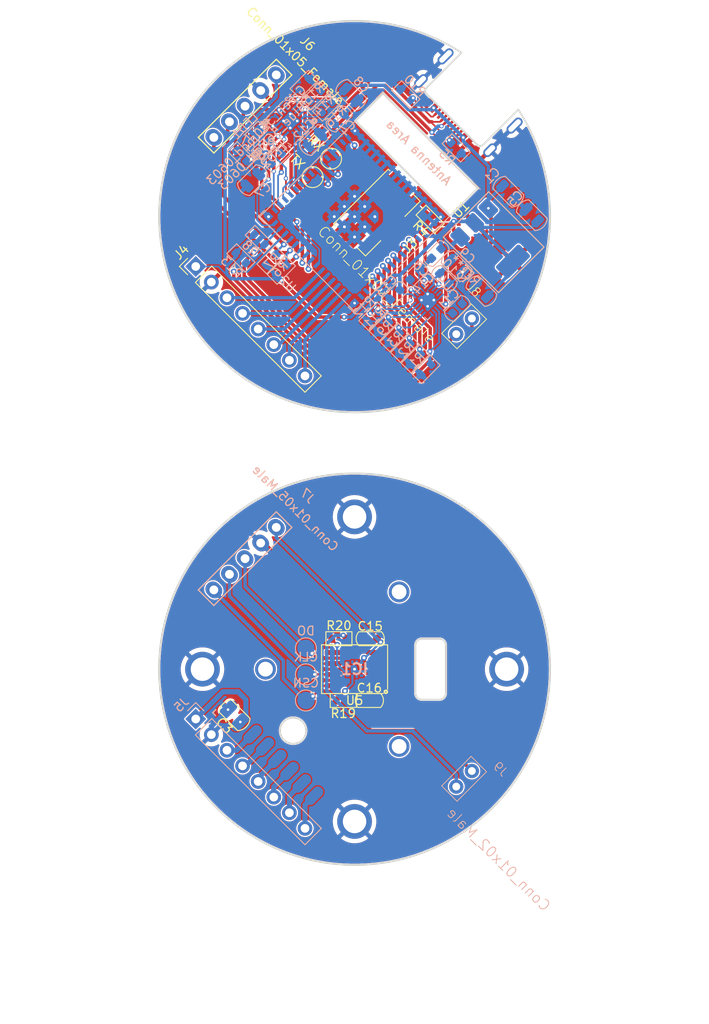
<source format=kicad_pcb>
(kicad_pcb (version 20211014) (generator pcbnew)
  (layers (0 "F.Cu" signal "Front") (31 "B.Cu" signal "Back") (34 "B.Paste" user) (35 "F.Paste" user) (36 "B.SilkS" user "B.Silkscreen") (37 "F.SilkS" user "F.Silkscreen") (38 "B.Mask" user) (39 "F.Mask" user) (44 "Edge.Cuts" user))
  (net 0 "")
  (net 1 "GND")
  (net 2 "Net-(C11-Pad2)")
  (net 3 "/BAT")
  (net 4 "Net-(C14-Pad1)")
  (net 5 "/CHG")
  (net 6 "Net-(LED1-Pad2)")
  (net 7 "/PGOOD")
  (net 8 "Net-(LED2-Pad2)")
  (net 9 "/USB_CC1")
  (net 10 "/USB_D-")
  (net 11 "/USB_D+")
  (net 12 "/USB_CC2")
  (net 13 "Net-(R14-Pad1)")
  (net 14 "Net-(R15-Pad1)")
  (net 15 "Net-(R16-Pad1)")
  (net 16 "/TS")
  (net 17 "/CE")
  (net 18 "/EN2")
  (net 19 "/EN1")
  (net 20 "/TD")
  (net 24 "/ESP32_EN")
  (net 25 "Net-(J1-Pad3)")
  (net 26 "Net-(J1-Pad4)")
  (net 27 "Net-(J1-Pad5)")
  (net 28 "Net-(J1-Pad6)")
  (net 29 "Net-(J1-Pad7)")
  (net 30 "/MAG_DO")
  (net 31 "/MAG_CLK")
  (net 32 "Net-(J1-Pad8)")
  (net 33 "/TMC_UH")
  (net 34 "/TMC_VH")
  (net 35 "/TMC_WH")
  (net 36 "/TMC_UL")
  (net 37 "/TMC_WL")
  (net 38 "/TMC_VL")
  (net 39 "/TMC_DIAG")
  (net 40 "/SDA")
  (net 41 "/SCL")
  (net 47 "Net-(J4-Pad3)")
  (net 48 "Net-(J3-Pad1)")
  (net 49 "Net-(J3-Pad2)")
  (net 50 "Net-(J3-Pad3)")
  (net 51 "+5V")
  (net 52 "+3V3")
  (net 53 "Net-(TP3-Pad1)")
  (net 54 "Net-(TP4-Pad1)")
  (net 67 "Net-(IC1-Pad2)")
  (net 74 "Net-(IC1-Pad12)")
  (net 76 "Net-(J4-Pad4)")
  (net 77 "Net-(J4-Pad5)")
  (net 78 "Net-(J4-Pad6)")
  (net 79 "Net-(J4-Pad7)")
  (net 80 "Net-(J4-Pad8)")
  (net 81 "Net-(C15-Pad2)")
  (net 82 "Net-(J6-Pad3)")
  (net 83 "Net-(J6-Pad4)")
  (net 84 "Net-(J6-Pad5)")
  (net 85 "Net-(J7-Pad3)")
  (net 86 "Net-(J7-Pad4)")
  (net 87 "Net-(J7-Pad5)")
  (net 88 "Net-(J8-Pad1)")
  (net 89 "Net-(J8-Pad2)")
  (net 90 "Net-(J9-Pad1)")
  (net 91 "Net-(C3-Pad1)")
  (net 92 "Net-(J9-Pad2)")
  (footprint "Holes:MountingHole_M1.6" (layer "F.Cu") (at 105.125427 91.1225)
    (fp_text reference "H3" hide)
    (fp_text value "MotorHole")
  )
  (footprint "Holes:MountingHole_M1.6" (layer "F.Cu") (at 105.125427 108.877499)
    (fp_text reference "H1" hide)
    (fp_text value "MotorHole")
  )
  (footprint "Holes:MountingHole_M1.6" (layer "F.Cu") (at 89.749146 100)
    (fp_text reference "H2" hide)
    (fp_text value "MotorHole")
  )
  (footprint "GCT_USB:USB4510_NoPaste" (layer "F.Cu") (at 115.574874 32.425126 135)
    (fp_text reference "J2")
    (fp_text value "USB_C_Receptacle_USB2.0")
    (fp_line (start -4.62 0) (end -4.62 -5.7) (layer "Edge.Cuts") (width 0.2))
    (fp_line (start -4.12 -6.2) (end 4.12 -6.2) (layer "Edge.Cuts") (width 0.2))
    (fp_line (start 4.62 0) (end 4.62 -5.7) (layer "Edge.Cuts") (width 0.2))
    (fp_arc (start -4.62 -5.7) (mid -4.473553 -6.053553) (end -4.12 -6.2) (layer "Edge.Cuts") (width 0.2))
    (fp_arc (start 4.12 -6.2) (mid 4.473554 -6.053553) (end 4.62 -5.7) (layer "Edge.Cuts") (width 0.2))
  )
  (footprint "Holes:MountingHole_2.7mm_M2.5_Pad" (layer "F.Cu") (at 117.5 100)
    (fp_text reference "H6" hide)
    (fp_text value "MountHole")
  )
  (footprint "Resistor_SMD_AKL:R_0603_1608Metric" (layer "F.Cu") (at 98.7 103.6 180)
    (fp_text reference "R19")
    (fp_text value "2.7k" hide)
  )
  (footprint "4ms_Connector:Pins_1x05_2.54mm_TH" (layer "F.Cu") (at 87.4 35.3 -45)
    (fp_text reference "J6")
    (fp_text value "Conn_01x05_Female")
  )
  (footprint "Package_TO_SOT_SMD_AKL:SOT-223-3_TabPin2" (layer "F.Cu") (at 116 50.933452 -45)
    (fp_text reference "U1")
    (fp_text value "AP2114HA-3.3" hide)
  )
  (footprint "Holes:MountingHole_2.7mm_M2.5_Pad" (layer "F.Cu") (at 100 117.5)
    (fp_text reference "H5" hide)
    (fp_text value "MountHole")
  )
  (footprint "Modified:TestPoint_Pad_D2.0mm_ValueSilk" (layer "F.Cu") (at 97.3 41.333452 135)
    (fp_text reference "TP4" hide)
    (fp_text value "RX" hide)
  )
  (footprint "Resistor_SMD_AKL:R_0603_1608Metric" (layer "F.Cu") (at 108.7 48.3 135)
    (fp_text reference "R4")
    (fp_text value "10k" hide)
  )
  (footprint "4ms_Connector:Pins_1x08_2.54mm_TH" (layer "F.Cu") (at 81.724427 53.724427 45)
    (fp_text reference "J4")
    (fp_text value "Conn_01x08_Female")
  )
  (footprint "Holes:MountingHole_2.7mm_M2.5_Pad" (layer "F.Cu") (at 82.5 100)
    (fp_text reference "H7" hide)
    (fp_text value "MountHole")
  )
  (footprint "Resistor_SMD_AKL:R_0603_1608Metric" (layer "F.Cu") (at 98.2 96.5)
    (fp_text reference "R20")
    (fp_text value "2.7k" hide)
  )
  (footprint "Modified:TestPoint_Pad_D2.0mm_ValueSilk" (layer "F.Cu") (at 95.178681 43.454774 135)
    (fp_text reference "TP3" hide)
    (fp_text value "TX" hide)
  )
  (footprint "4ms_Connector:Pins_1x02_2.54mm_TH" (layer "F.Cu") (at 112.6 60.6 -45)
    (fp_text reference "J8")
    (fp_text value "Conn_01x02_Female")
  )
  (footprint "Holes:MountingHole_2.7mm_M2.5_Pad" (layer "F.Cu") (at 100 82.5)
    (fp_text reference "H4" hide)
    (fp_text value "MountHole")
  )
  (footprint "Capacitor_SMD_AKL:C_0603_1608Metric" (layer "F.Cu") (at 101.7 103.6)
    (fp_text reference "C16")
    (fp_text value "0.1uF" hide)
  )
  (footprint "view_custom:ViewKeepouts3d" (layer "F.Cu") (at 100 100)
    (fp_text reference "Z6" hide)
    (fp_text value "dummy_keepouts")
  )
  (footprint "Capacitor_SMD_AKL:C_0805_2012Metric" (layer "F.Cu") (at 86.2 105.3 135)
    (fp_text reference "C3")
    (fp_text value "10uF" hide)
  )
  (footprint "Package_SO_AKL:SOIC-8_3.9x4.9mm_P1.27mm" (layer "F.Cu") (at 100 100 180)
    (fp_text reference "U5")
    (fp_text value "MT6701-CT" hide)
  )
  (footprint "Capacitor_SMD_AKL:C_0603_1608Metric" (layer "F.Cu") (at 101.8 96.5)
    (fp_text reference "C15")
    (fp_text value "1uF" hide)
  )
  (footprint "Molex:532610371" (layer "F.Cu") (at 105.145649 48.340559 -135)
    (fp_text reference "J3")
    (fp_text value "BLDC")
  )
  (footprint "Resistor_SMD_AKL:R_0603_1608Metric" (layer "B.Cu") (at 105.780241 63.113693 -135)
    (fp_text reference "R3")
    (fp_text value "10k" hide)
  )
  (footprint "Resistor_SMD_AKL:R_0603_1608Metric" (layer "B.Cu") (at 86.918527 52.737612 -45)
    (fp_text reference "R13")
    (fp_text value "2.2k" hide)
  )
  (footprint "KiCad:MXC6655XA" (layer "B.Cu") (at 100 100)
    (fp_text reference "IC1")
    (fp_text value "MXC6655XA" hide)
  )
  (footprint "Capacitor_SMD_AKL:C_0603_1608Metric" (layer "B.Cu") (at 109.4 52.233452 -135)
    (fp_text reference "C6")
    (fp_text value "0.1uF" hide)
  )
  (footprint "Resistor_SMD_AKL:R_0603_1608Metric" (layer "B.Cu") (at 105.9 34 135)
    (fp_text reference "R10")
    (fp_text value "5.1k" hide)
  )
  (footprint "Resistor_SMD_AKL:R_0603_1608Metric" (layer "B.Cu") (at 108.219759 65.553211 -135)
    (fp_text reference "R1")
    (fp_text value "10k" hide)
  )
  (footprint "Resistor_SMD_AKL:R_0603_1608Metric" (layer "B.Cu") (at 96.8 35.4 45)
    (fp_text reference "R16")
    (fp_text value "1.13k" hide)
  )
  (footprint "Capacitor_SMD_AKL:C_0805_2012Metric" (layer "B.Cu") (at 120.4 47.833452 135)
    (fp_text reference "C5")
    (fp_text value "10uF" hide)
  )
  (footprint "Capacitor_SMD_AKL:C_0603_1608Metric" (layer "B.Cu") (at 98.214558 36.774678 45)
    (fp_text reference "C4")
    (fp_text value "1uF" hide)
  )
  (footprint "Resistor_SMD_AKL:R_0603_1608Metric" (layer "B.Cu") (at 104.560484 61.893935 -135)
    (fp_text reference "R9")
    (fp_text value "10k" hide)
  )
  (footprint "Capacitor_SMD_AKL:C_0603_1608Metric" (layer "B.Cu") (at 104.659441 56.955635 -135)
    (fp_text reference "C13")
    (fp_text value "0.1uF" hide)
  )
  (footprint "Modified:TestPoint_Pad_D2.0mm_ValueSilk" (layer "B.Cu") (at 94.4 97.6 180)
    (fp_text reference "TP13" hide)
    (fp_text value "DO" hide)
  )
  (footprint "4ms_Connector:Pins_1x02_2.54mm_TH" (layer "B.Cu") (at 112.6 112.6 135)
    (fp_text reference "J9")
    (fp_text value "Conn_01x02_Male")
  )
  (footprint "4ms_Connector:Pins_1x08_2.54mm_TH" (layer "B.Cu") (at 81.724427 105.724427 -135)
    (fp_text reference "J5")
    (fp_text value "Conn_01x08_Male")
  )
  (footprint "Espressif:ESP32-S3-MINI-1" (layer "B.Cu") (at 100 48 135)
    (fp_text reference "U2")
    (fp_text value "ESP32-S3-MINI-1")
  )
  (footprint "Resistor_SMD_AKL:R_0603_1608Metric" (layer "B.Cu") (at 91.585428 54.151828 -135)
    (fp_text reference "R7")
    (fp_text value "2.2k" hide)
  )
  (footprint "Modified:QFN-20-1EP_3x3mm_P0.4mm_EP1.65x1.65mm_ThermalVias_LargerViaHoles" (layer "B.Cu") (at 108.407107 57.592031 135)
    (fp_text reference "U4")
    (fp_text value "TMC6300")
  )
  (footprint "Resistor_SMD_AKL:R_0603_1608Metric" (layer "B.Cu") (at 103.340723 60.674175 -135)
    (fp_text reference "R11")
    (fp_text value "10k" hide)
  )
  (footprint "Capacitor_SMD_AKL:C_0805_2012Metric" (layer "B.Cu") (at 114.6 56.533452 135)
    (fp_text reference "C2")
    (fp_text value "10uF" hide)
  )
  (footprint "Capacitor_SMD_AKL:C_0805_2012Metric" (layer "B.Cu") (at 99.6 34 135)
    (fp_text reference "C8")
    (fp_text value "4.7uF" hide)
  )
  (footprint "Resistor_SMD_AKL:R_0603_1608Metric" (layer "B.Cu") (at 107 64.333452 -135)
    (fp_text reference "R2")
    (fp_text value "10k" hide)
  )
  (footprint "Capacitor_SMD_AKL:C_0603_1608Metric" (layer "B.Cu") (at 111.836577 58.546629 -135)
    (fp_text reference "C11")
    (fp_text value "0.1uF" hide)
  )
  (footprint "Resistor_SMD_AKL:R_0603_1608Metric" (layer "B.Cu") (at 94.2 32.8 45)
    (fp_text reference "R15")
    (fp_text value "1.18k" hide)
  )
  (footprint "Package_DFN_QFN_AKL:VQFN-16-1EP_3x3mm_P0.5mm_EP1.6x1.6mm" (layer "B.Cu") (at 92.6 37 135)
    (fp_text reference "U3")
    (fp_text value "BQ24072RGT" hide)
  )
  (footprint "4ms_LED:LED_0603_1608Metric" (layer "B.Cu") (at 89.7 39.9 45)
    (fp_text reference "LED2")
    (fp_text value "Green_350mcd_0603")
  )
  (footprint "Resistor_SMD_AKL:R_0603_1608Metric" (layer "B.Cu") (at 111.7 40.1 -45)
    (fp_text reference "R5")
    (fp_text value "5.1k" hide)
  )
  (footprint "Package_TO_SOT_SMD_AKL:SOT-223-3_TabPin2" (layer "B.Cu") (at 116 50.933452 -45)
    (fp_text reference "REF**")
    (fp_text value "SOT-223-3_TabPin2" hide)
  )
  (footprint "Capacitor_SMD_AKL:C_0603_1608Metric" (layer "B.Cu") (at 106.93986 54.675215 45)
    (fp_text reference "C14")
    (fp_text value "0.1uF" hide)
  )
  (footprint "Capacitor_SMD_AKL:C_0805_2012Metric" (layer "B.Cu") (at 111.748185 53.685266 135)
    (fp_text reference "C9")
    (fp_text value "22uF" hide)
  )
  (footprint "Resistor_SMD_AKL:R_0603_1608Metric" (layer "B.Cu") (at 90.383346 52.949747 45)
    (fp_text reference "R6")
    (fp_text value "2.2k" hide)
  )
  (footprint "Capacitor_SMD_AKL:C_0805_2012Metric" (layer "B.Cu") (at 95.4 39.2 -135)
    (fp_text reference "C12")
    (fp_text value "4.7uF" hide)
  )
  (footprint "Modified:TestPoint_Pad_D2.0mm_ValueSilk" (layer "B.Cu") (at 94.4 100.6 180)
    (fp_text reference "TP12" hide)
    (fp_text value "CLK" hide)
  )
  (footprint "Capacitor_SMD_AKL:C_0603_1608Metric" (layer "B.Cu") (at 110.333972 55.099482 135)
    (fp_text reference "C10")
    (fp_text value "0.1uF" hide)
  )
  (footprint "Resistor_SMD_AKL:R_0603_1608Metric" (layer "B.Cu") (at 102.120962 59.454413 -135)
    (fp_text reference "R12")
    (fp_text value "10k" hide)
  )
  (footprint "Resistor_SMD_AKL:R_0603_1608Metric" (layer "B.Cu") (at 89.039847 50.616294 -45)
    (fp_text reference "R8")
    (fp_text value "2.2k" hide)
  )
  (footprint "Capacitor_SMD_AKL:C_0805_2012Metric" (layer "B.Cu") (at 88.3 43.8 45)
    (fp_text reference "C7")
    (fp_text value "1uF" hide)
  )
  (footprint "Resistor_SMD_AKL:R_0603_1608Metric" (layer "B.Cu") (at 91 41.3 -135)
    (fp_text reference "R18")
    (fp_text value "1.5k" hide)
  )
  (footprint "4ms_Connector:Pins_1x05_2.54mm_TH" (layer "B.Cu") (at 87.4 87.3 135)
    (fp_text reference "J7")
    (fp_text value "Conn_01x05_Male")
  )
  (footprint "4ms_LED:LED_0603_1608Metric" (layer "B.Cu") (at 88.4 38.6 -135)
    (fp_text reference "LED1")
    (fp_text value "Blue_56mcd_0603")
  )
  (footprint "Modified:TestPoint_Pad_D2.0mm_ValueSilk" (layer "B.Cu") (at 94.4 103.6 180)
    (fp_text reference "TP11" hide)
    (fp_text value "CSN" hide)
  )
  (footprint "Resistor_SMD_AKL:R_0603_1608Metric" (layer "B.Cu") (at 87 41 135)
    (fp_text reference "R17")
    (fp_text value "1.5k" hide)
  )
  (footprint "Capacitor_SMD_AKL:C_0805_2012Metric" (layer "B.Cu") (at 117.7 45.133452 -45)
    (fp_text reference "C1")
    (fp_text value "10uF" hide)
  )
  (footprint "Resistor_SMD_AKL:R_0603_1608Metric" (layer "B.Cu") (at 95.5 34.1 45)
    (fp_text reference "R14")
    (fp_text value "15k" hide)
  )
  (footprint "SolderPads:SolderPads_2mm_8" (layer "B.Cu") (at 85.438165 104.650253 -45)
    (fp_text reference "J1" hide)
    (fp_text value "LCD")
  )
  (gr_arc (start 110.499999 102.75) (mid 110.280329 103.28033) (end 109.749999 103.5) (layer "Edge.Cuts") (width 0.2))
  (gr_line (start 110.499999 102.75) (end 110.499999 97.250001) (layer "Edge.Cuts") (width 0.2))
  (gr_arc (start 109.749999 96.500001) (mid 110.280329 96.719671) (end 110.499999 97.250001) (layer "Edge.Cuts") (width 0.2))
  (gr_line (start 109.749999 96.500001) (end 107.749999 96.500001) (layer "Edge.Cuts") (width 0.2))
  (gr_arc (start 106.999999 97.250001) (mid 107.219669 96.719671) (end 107.749999 96.500001) (layer "Edge.Cuts") (width 0.2))
  (gr_line (start 106.999999 97.250001) (end 106.999999 102.75) (layer "Edge.Cuts") (width 0.2))
  (gr_circle (center 92.928933 107.071067) (end 94.428933 107.071067) (layer "Edge.Cuts") (width 0.2) (fill none))
  (gr_arc (start 107.749999 103.5) (mid 107.219669 103.28033) (end 106.999999 102.75) (layer "Edge.Cuts") (width 0.2))
  (gr_line (start 107.749999 103.5) (end 109.749999 103.5) (layer "Edge.Cuts") (width 0.2))
  (gr_line (start 111 47.9) (end 100.1 37) (layer "Edge.Cuts") (width 0.2))
  (gr_line (start 114.2 44.7) (end 111 47.9) (layer "Edge.Cuts") (width 0.2))
  (gr_line (start 100.1 37) (end 103.3 33.8) (layer "Edge.Cuts") (width 0.2))
  (gr_arc (start 118.841706 35.691959) (mid 84.096787 63.903206) (end 112.308041 29.158293) (layer "Edge.Cuts") (width 0.2))
  (gr_circle (center 100 100) (end 122.5 100) (layer "Edge.Cuts") (width 0.2) (fill none))
  (gr_line (start 103.3 33.8) (end 114.2 44.7) (layer "Edge.Cuts") (width 0.2))
  (segment (start 101.025 96.5) (end 101.025 97.575) (width 0.254) (layer "F.Cu") (net 1))
  (segment (start 100.505 98.095) (end 102.475 98.095) (width 0.254) (layer "F.Cu") (net 1))
  (segment (start 100.925 103.6) (end 100.925 100.925) (width 0.254) (layer "F.Cu") (net 1))
  (segment (start 100 100) (end 100 98.6) (width 0.254) (layer "F.Cu") (net 1))
  (segment (start 100.925 100.925) (end 100 100) (width 0.254) (layer "F.Cu") (net 1))
  (segment (start 100.1 96) (end 100.1 99.9) (width 0.4) (layer "F.Cu") (net 1))
  (segment (start 100.1 99.9) (end 100 100) (width 0.4) (layer "F.Cu") (net 1))
  (segment (start 89.196051 33.503949) (end 89.603949 33.503949) (width 0.4) (layer "F.Cu") (net 1))
  (segment (start 100 98.6) (end 100.505 98.095) (width 0.254) (layer "F.Cu") (net 1))
  (segment (start 89.196051 85.503949) (end 89.603949 85.503949) (width 0.4) (layer "F.Cu") (net 1))
  (segment (start 89.603949 85.503949) (end 100.1 96) (width 0.4) (layer "F.Cu") (net 1))
  (segment (start 101.025 97.575) (end 100.505 98.095) (width 0.254) (layer "F.Cu") (net 1))
  (via (at 101.166729 49.166723) (size 0.6858) (drill 0.3302) (layers "F.Cu" "B.Cu") (net 1))
  (via (at 91.822183 37) (size 0.6) (drill 0.3) (layers "F.Cu" "B.Cu") (net 1))
  (via (at 93.4 37) (size 0.6) (drill 0.3) (layers "F.Cu" "B.Cu") (net 1))
  (via (at 85.438165 104.650253) (size 0.6) (drill 0.3) (layers "F.Cu" "B.Cu") (net 1))
  (via (at 109.9 48.033452) (size 0.6) (drill 0.3) (layers "F.Cu" "B.Cu") (net 1))
  (via (at 90.6 37.6) (size 0.5) (drill 0.3) (layers "F.Cu" "B.Cu") (net 1))
  (via (at 97.666548 47.999999) (size 0.6858) (drill 0.3302) (layers "F.Cu" "B.Cu") (net 1))
  (via (at 98.833275 46.833271) (size 0.6858) (drill 0.3302) (layers "F.Cu" "B.Cu") (net 1))
  (via (at 98.833277 49.166728) (size 0.6858) (drill 0.3302) (layers "F.Cu" "B.Cu") (net 1))
  (via (at 92.6 37.8) (size 0.6) (drill 0.3) (layers "F.Cu" "B.Cu") (net 1))
  (via (at 92.6 36.2) (size 0.6) (drill 0.3) (layers "F.Cu" "B.Cu") (net 1))
  (via (at 101.166727 46.833273) (size 0.6858) (drill 0.3302) (layers "F.Cu" "B.Cu") (net 1))
  (via (at 100 48) (size 0.6858) (drill 0.3302) (layers "F.Cu" "B.Cu") (net 1))
  (via (at 100.000006 50.333446) (size 0.6858) (drill 0.3302) (layers "F.Cu" "B.Cu") (net 1))
  (via (at 90.100506 48.000001) (size 0.6858) (drill 0.3302) (layers "F.Cu" "B.Cu") (net 1))
  (via (at 102.333453 47.999999) (size 0.6858) (drill 0.3302) (layers "F.Cu" "B.Cu") (net 1))
  (via (at 100 100) (size 0.6858) (drill 0.3302) (layers "F.Cu" "B.Cu") (net 1))
  (via (at 100.000002 45.666544) (size 0.6858) (drill 0.3302) (layers "F.Cu" "B.Cu") (net 1))
  (via (at 100 57.933452) (size 0.6) (drill 0.3) (layers "F.Cu" "B.Cu") (net 1))
  (via (at 100.035356 38.135861) (size 0.6) (drill 0.3) (layers "F.Cu" "B.Cu") (net 1))
  (segment (start 107.381803 58.617335) (end 107.7 58.299138) (width 0.127) (layer "B.Cu") (net 1))
  (segment (start 106.427 59.006452) (end 103.677625 59.006452) (width 0.2) (layer "B.Cu") (net 1))
  (segment (start 100.000002 37.851973) (end 100.000003 38.064105) (width 0.254) (layer "B.Cu") (net 1))
  (segment (start 109.096536 55.771231) (end 108.866727 56.001041) (width 0.254) (layer "B.Cu") (net 1))
  (segment (start 91.53934 37) (end 91.053204 37.486136) (width 0.2) (layer "B.Cu") (net 1))
  (segment (start 109.538477 57.592031) (end 109.114213 57.592031) (width 0.127) (layer "B.Cu") (net 1))
  (segment (start 107.399479 54.215595) (end 107.399478 56.018721) (width 0.127) (layer "B.Cu") (net 1))
  (segment (start 109.096535 55.240901) (end 109.096536 55.771231) (width 0.254) (layer "B.Cu") (net 1))
  (segment (start 107.098959 58.334493) (end 106.427 59.006452) (width 0.2) (layer "B.Cu") (net 1))
  (segment (start 100.25 100.25) (end 100.795 100.25) (width 0.254) (layer "B.Cu") (net 1))
  (segment (start 108.265686 56.884924) (end 108.407107 56.884925) (width 0.127) (layer "B.Cu") (net 1))
  (segment (start 109.785966 54.551473) (end 109.096535 55.240901) (width 0.254) (layer "B.Cu") (net 1))
  (segment (start 83.520478 106.56794) (end 85.438165 104.650253) (width 0.6) (layer "B.Cu") (net 1))
  (segment (start 102.646301 60.037776) (end 101.537599 60.037776) (width 0.2) (layer "B.Cu") (net 1))
  (segment (start 109.086323 48.742462) (end 109.157034 48.742462) (width 0.508) (layer "B.Cu") (net 1))
  (segment (start 107.664647 56.283886) (end 108.265686 56.884924) (width 0.127) (layer "B.Cu") (net 1))
  (segment (start 99.25754 37.109514) (end 100.000002 37.851973) (width 0.254) (layer "B.Cu") (net 1))
  (segment (start 98.762566 36.226671) (end 99.505027 36.969131) (width 0.254) (layer "B.Cu") (net 1))
  (segment (start 100 100) (end 100.25 100.25) (width 0.254) (layer "B.Cu") (net 1))
  (segment (start 100.035357 37.499459) (end 100.035356 38.135861) (width 0.254) (layer "B.Cu") (net 1))
  (segment (start 103.677625 59.006452) (end 102.646301 60.037776) (width 0.2) (layer "B.Cu") (net 1))
  (segment (start 108.407107 56.460661) (end 108.407107 56.884925) (width 0.127) (layer "B.Cu") (net 1))
  (segment (start 107.7 58.299138) (end 107.700001 57.592031) (width 0.127) (layer "B.Cu") (net 1))
  (segment (start 108.866727 56.001041) (end 108.407107 56.460661) (width 0.127) (layer "B.Cu") (net 1))
  (segment (start 107.7 57.733452) (end 107.700001 57.592031) (width 0.127) (layer "B.Cu") (net 1))
  (segment (start 99.505027 36.969131) (end 100.035357 37.499459) (width 0.254) (layer "B.Cu") (net 1))
  (segment (start 109.998097 57.132411) (end 109.538477 57.592031) (width 0.127) (layer "B.Cu") (net 1))
  (segment (start 91.053204 37.486136) (end 90.713864 37.486136) (width 0.2) (layer "B.Cu") (net 1))
  (segment (start 90.713864 37.486136) (end 90.6 37.6) (width 0.2) (layer "B.Cu") (net 1))
  (segment (start 107.487867 54.127206) (end 107.399479 54.215595) (width 0.127) (layer "B.Cu") (net 1))
  (segment (start 83.520478 107.520478) (end 83.520478 106.56794) (width 0.6) (layer "B.Cu") (net 1))
  (segment (start 111.076435 53.013515) (end 109.785966 54.303983) (width 0.254) (layer "B.Cu") (net 1))
  (segment (start 107.098962 58.334491) (end 107.7 57.733452) (width 0.127) (layer "B.Cu") (net 1))
  (segment (start 107.399478 56.018721) (end 107.664647 56.283886) (width 0.127) (layer "B.Cu") (net 1))
  (segment (start 91.822183 37) (end 91.53934 37) (width 0.2) (layer "B.Cu") (net 1))
  (segment (start 109.785966 54.303983) (end 109.785966 54.551473) (width 0.254) (layer "B.Cu") (net 1))
  (segment (start 110.475394 59.094633) (end 109.715252 58.334492) (width 0.127) (layer "B.Cu") (net 2))
  (segment (start 111.288569 59.094631) (end 110.475394 59.094633) (width 0.127) (layer "B.Cu") (net 2))
  (segment (start 94.728249 39.628249) (end 94.728249 39.871751) (width 0.2) (layer "B.Cu") (net 3))
  (segment (start 93.793243 38.936745) (end 94.728249 39.871751) (width 0.2) (layer "B.Cu") (net 3))
  (segment (start 93.439689 38.193243) (end 93.439689 38.339689) (width 0.2) (layer "B.Cu") (net 3))
  (segment (start 93.793243 37.839689) (end 93.793243 38.936745) (width 0.2) (layer "B.Cu") (net 3))
  (segment (start 93.439689 38.339689) (end 94.728249 39.628249) (width 0.2) (layer "B.Cu") (net 3))
  (segment (start 106.391853 55.576776) (end 106.391852 55.223223) (width 0.127) (layer "B.Cu") (net 4))
  (segment (start 107.381803 56.566727) (end 106.391853 55.576776) (width 0.127) (layer "B.Cu") (net 4))
  (segment (start 89.3 44.6) (end 93.3 48.6) (width 0.4) (layer "F.Cu") (net 5))
  (segment (start 89.3 37.7) (end 89.3 44.6) (width 0.4) (layer "F.Cu") (net 5))
  (segment (start 93.3 48.6) (end 93.363094 48.6) (width 0.4) (layer "F.Cu") (net 5))
  (via (at 89.3 37.7) (size 0.6) (drill 0.3) (layers "F.Cu" "B.Cu") (net 5))
  (via (at 93.363094 48.6) (size 0.6) (drill 0.3) (layers "F.Cu" "B.Cu") (net 5))
  (segment (start 89.3 37.7) (end 90.486136 36.513864) (width 0.2) (layer "B.Cu") (net 5))
  (segment (start 95.934136 51.734136) (end 95.934136 53.267945) (width 0.2) (layer "B.Cu") (net 5))
  (segment (start 95.934136 53.267945) (end 95.651293 53.550788) (width 0.2) (layer "B.Cu") (net 5))
  (segment (start 90.486136 36.513864) (end 91.053204 36.513864) (width 0.2) (layer "B.Cu") (net 5))
  (segment (start 93.363094 48.6) (end 93.363094 49.163094) (width 0.2) (layer "B.Cu") (net 5))
  (segment (start 89.3 37.7) (end 88.965685 38.034315) (width 0.2) (layer "B.Cu") (net 5))
  (segment (start 93.363094 49.163094) (end 95.934136 51.734136) (width 0.2) (layer "B.Cu") (net 5))
  (segment (start 87.667589 39.165685) (end 86.416637 40.416637) (width 0.2) (layer "B.Cu") (net 6))
  (segment (start 87.834315 39.165685) (end 87.667589 39.165685) (width 0.2) (layer "B.Cu") (net 6))
  (segment (start 92.1 44.9) (end 92.3 45.1) (width 0.2) (layer "F.Cu") (net 7))
  (segment (start 92.1 43.6) (end 92.1 44.9) (width 0.2) (layer "F.Cu") (net 7))
  (via (at 92.1 43.6) (size 0.5) (drill 0.3) (layers "F.Cu" "B.Cu") (net 7))
  (via (at 92.3 45.1) (size 0.5) (drill 0.3) (layers "F.Cu" "B.Cu") (net 7))
  (segment (start 89.134315 39.165685) (end 90 38.3) (width 0.2) (layer "B.Cu") (net 7))
  (segment (start 90.165685 40.465685) (end 89.134315 40.465685) (width 0.2) (layer "B.Cu") (net 7))
  (segment (start 92.646089 45.454416) (end 92.646089 45.446089) (width 0.2) (layer "B.Cu") (net 7))
  (segment (start 90 38.3) (end 90.946446 38.3) (width 0.2) (layer "B.Cu") (net 7))
  (segment (start 89.134315 40.465685) (end 89.134315 39.165685) (width 0.2) (layer "B.Cu") (net 7))
  (segment (start 92.1 43.6) (end 92.1 42.4) (width 0.2) (layer "B.Cu") (net 7))
  (segment (start 92.646089 45.446089) (end 92.3 45.1) (width 0.2) (layer "B.Cu") (net 7))
  (segment (start 90.946446 38.3) (end 91.406757 37.839689) (width 0.2) (layer "B.Cu") (net 7))
  (segment (start 92.1 42.4) (end 90.165685 40.465685) (width 0.2) (layer "B.Cu") (net 7))
  (segment (start 91.583363 40.651993) (end 90.265685 39.334315) (width 0.2) (layer "B.Cu") (net 8))
  (segment (start 91.583363 40.716637) (end 91.583363 40.651993) (width 0.2) (layer "B.Cu") (net 8))
  (segment (start 110.9 39.2) (end 110.9 38.867767) (width 0.2) (layer "F.Cu") (net 9))
  (segment (start 110.9 38.867767) (end 111.685787 38.08198) (width 0.2) (layer "F.Cu") (net 9))
  (via (at 110.9 39.2) (size 0.6) (drill 0.3) (layers "F.Cu" "B.Cu") (net 9))
  (segment (start 110.625127 37.02132) (end 110.57868 37.02132) (width 0.2) (layer "F.Cu") (net 10))
  (segment (start 110.16066 38.9) (end 109.5 38.9) (width 0.2) (layer "F.Cu") (net 10))
  (segment (start 103.5 32.9) (end 102.6 32.9) (width 0.4) (layer "F.Cu") (net 10))
  (segment (start 94.696698 45.696698) (end 94.696698 54.010408) (width 0.4) (layer "F.Cu") (net 10))
  (segment (start 93.3 42.2) (end 93.3 44.3) (width 0.4) (layer "F.Cu") (net 10))
  (segment (start 111.332233 37.728427) (end 110.16066 38.9) (width 0.2) (layer "F.Cu") (net 10))
  (segment (start 93.3 44.3) (end 94.696698 45.696698) (width 0.4) (layer "F.Cu") (net 10))
  (segment (start 110.57868 37.02132) (end 110 37.6) (width 0.2) (layer "F.Cu") (net 10))
  (segment (start 102.6 32.9) (end 93.3 42.2) (width 0.4) (layer "F.Cu") (net 10))
  (segment (start 108.9 38.3) (end 103.5 32.9) (width 0.4) (layer "F.Cu") (net 10))
  (segment (start 109.5 38.9) (end 108.9 38.3) (width 0.2) (layer "F.Cu") (net 10))
  (via (at 110 37.6) (size 0.5) (drill 0.3) (layers "F.Cu" "B.Cu") (net 10))
  (via (at 94.696698 54.010408) (size 0.6858) (drill 0.3302) (layers "F.Cu" "B.Cu") (net 10))
  (via (at 108.9 38.3) (size 0.6) (drill 0.3) (layers "F.Cu" "B.Cu") (net 10))
  (segment (start 109.6 37.6) (end 108.9 38.3) (width 0.4) (layer "B.Cu") (net 10))
  (segment (start 110 37.6) (end 109.6 37.6) (width 0.4) (layer "B.Cu") (net 10))
  (segment (start 94.696702 53.303297) (end 94.696698 54.010408) (width 0.254) (layer "B.Cu") (net 10))
  (segment (start 95.050254 52.949748) (end 94.696702 53.303297) (width 0.254) (layer "B.Cu") (net 10))
  (segment (start 102 32.1) (end 92.7 41.4) (width 0.4) (layer "F.Cu") (net 11))
  (segment (start 110.153553 38.2) (end 110.97868 37.374873) (width 0.2) (layer "F.Cu") (net 11))
  (segment (start 103.6 32.1) (end 102 32.1) (width 0.4) (layer "F.Cu") (net 11))
  (segment (start 108.9 37.1) (end 108.6 37.1) (width 0.4) (layer "F.Cu") (net 11))
  (segment (start 93.989594 45.889594) (end 93.989594 53.303304) (width 0.4) (layer "F.Cu") (net 11))
  (segment (start 108.6 37.1) (end 103.6 32.1) (width 0.4) (layer "F.Cu") (net 11))
  (segment (start 92.7 44.6) (end 93.989594 45.889594) (width 0.4) (layer "F.Cu") (net 11))
  (segment (start 108.9 37.235392) (end 109.864608 38.2) (width 0.2) (layer "F.Cu") (net 11))
  (segment (start 109.83934 37.1) (end 110.271573 36.667767) (width 0.2) (layer "F.Cu") (net 11))
  (segment (start 108.9 37.1) (end 108.9 37.235392) (width 0.2) (layer "F.Cu") (net 11))
  (segment (start 108.9 37.1) (end 109.83934 37.1) (width 0.2) (layer "F.Cu") (net 11))
  (segment (start 92.7 41.4) (end 92.7 44.6) (width 0.4) (layer "F.Cu") (net 11))
  (segment (start 109.864608 38.2) (end 110.153553 38.2) (width 0.2) (layer "F.Cu") (net 11))
  (via (at 93.989594 53.303304) (size 0.6858) (drill 0.3302) (layers "F.Cu" "B.Cu") (net 11))
  (segment (start 93.989594 52.808325) (end 93.989594 53.303304) (width 0.254) (layer "B.Cu") (net 11))
  (segment (start 94.449213 52.348705) (end 93.989594 52.808325) (width 0.254) (layer "B.Cu") (net 11))
  (segment (start 106.743003 34.443003) (end 108.8 36.5) (width 0.2) (layer "F.Cu") (net 12))
  (segment (start 108.8 36.5) (end 109.025126 36.5) (width 0.2) (layer "F.Cu") (net 12))
  (segment (start 109.025126 36.5) (end 109.564466 35.96066) (width 0.2) (layer "F.Cu") (net 12))
  (segment (start 106.743003 34.356997) (end 106.743003 34.443003) (width 0.2) (layer "F.Cu") (net 12))
  (via (at 106.743003 34.356997) (size 0.6) (drill 0.3) (layers "F.Cu" "B.Cu") (net 12))
  (segment (start 106.709729 34.356997) (end 106.483363 34.583363) (width 0.4) (layer "B.Cu") (net 12))
  (segment (start 106.373 34.773) (end 106.373 34.693726) (width 0.4) (layer "B.Cu") (net 12))
  (segment (start 106.743003 34.356997) (end 106.709729 34.356997) (width 0.4) (layer "B.Cu") (net 12))
  (segment (start 106.373 34.693726) (end 106.483363 34.583363) (width 0.4) (layer "B.Cu") (net 12))
  (segment (start 94.916637 34.683363) (end 94.563083 34.683363) (width 0.2) (layer "B.Cu") (net 13))
  (segment (start 94.563083 34.683363) (end 93.439689 35.806757) (width 0.2) (layer "B.Cu") (net 13))
  (segment (start 92.113864 34.886136) (end 93.616637 33.383363) (width 0.2) (layer "B.Cu") (net 14))
  (segment (start 92.113864 35.453204) (end 92.113864 34.886136) (width 0.2) (layer "B.Cu") (net 14))
  (segment (start 94.146796 36.513864) (end 95.686136 36.513864) (width 0.2) (layer "B.Cu") (net 15))
  (segment (start 95.686136 36.513864) (end 96.216637 35.983363) (width 0.2) (layer "B.Cu") (net 15))
  (segment (start 91.78 44.72) (end 93.086136 43.413864) (width 0.2) (layer "B.Cu") (net 17))
  (segment (start 92.045049 46.055456) (end 91.78 45.790407) (width 0.2) (layer "B.Cu") (net 17))
  (segment (start 93.086136 43.413864) (end 93.086136 38.546796) (width 0.2) (layer "B.Cu") (net 17))
  (segment (start 91.78 45.790407) (end 91.78 44.72) (width 0.2) (layer "B.Cu") (net 17))
  (segment (start 90.7 40.3) (end 91.9 39.1) (width 0.4) (layer "F.Cu") (net 18))
  (segment (start 90.7 42.8) (end 90.7 40.3) (width 0.4) (layer "F.Cu") (net 18))
  (via (at 91.9 39.1) (size 0.5) (drill 0.3) (layers "F.Cu" "B.Cu") (net 18))
  (via (at 90.7 42.8) (size 0.5) (drill 0.3) (layers "F.Cu" "B.Cu") (net 18))
  (segment (start 90.7 47.114571) (end 90.842967 47.257538) (width 0.2) (layer "B.Cu") (net 18))
  (segment (start 90.7 42.8) (end 90.7 47.114571) (width 0.2) (layer "B.Cu") (net 18))
  (segment (start 91.9 38.76066) (end 92.113864 38.546796) (width 0.2) (layer "B.Cu") (net 18))
  (segment (start 91.9 39.1) (end 91.9 38.76066) (width 0.2) (layer "B.Cu") (net 18))
  (segment (start 90.1 39.9) (end 90.1 43.7) (width 0.4) (layer "F.Cu") (net 19))
  (segment (start 91.2 38.8) (end 90.1 39.9) (width 0.4) (layer "F.Cu") (net 19))
  (via (at 90.1 43.7) (size 0.5) (drill 0.3) (layers "F.Cu" "B.Cu") (net 19))
  (via (at 91.2 38.8) (size 0.5) (drill 0.3) (layers "F.Cu" "B.Cu") (net 19))
  (segment (start 88.8 45) (end 90.1 43.7) (width 0.2) (layer "B.Cu") (net 19))
  (segment (start 88.8 48.4) (end 88.8 45) (width 0.2) (layer "B.Cu") (net 19))
  (segment (start 90.585429 49) (end 89.4 49) (width 0.2) (layer "B.Cu") (net 19))
  (segment (start 91.2 38.8) (end 91.2 38.753554) (width 0.2) (layer "B.Cu") (net 19))
  (segment (start 91.2 38.753554) (end 91.760311 38.193243) (width 0.2) (layer "B.Cu") (net 19))
  (segment (start 89.4 49) (end 88.8 48.4) (width 0.2) (layer "B.Cu") (net 19))
  (segment (start 90.842967 48.742462) (end 90.585429 49) (width 0.2) (layer "B.Cu") (net 19))
  (segment (start 91.5735 41.78121) (end 94.3 39.05471) (width 0.4) (layer "F.Cu") (net 20))
  (segment (start 94.3 39.05471) (end 94.3 35.7) (width 0.4) (layer "F.Cu") (net 20))
  (segment (start 91.5735 42.9) (end 91.5735 41.78121) (width 0.4) (layer "F.Cu") (net 20))
  (via (at 94.3 35.7) (size 0.5) (drill 0.3) (layers "F.Cu" "B.Cu") (net 20))
  (via (at 91.5735 42.9) (size 0.6) (drill 0.3) (layers "F.Cu" "B.Cu") (net 20))
  (segment (start 91.2 46.412489) (end 91.444008 46.656497) (width 0.2) (layer "B.Cu") (net 20))
  (segment (start 93.839689 36.160311) (end 94.3 35.7) (width 0.2) (layer "B.Cu") (net 20))
  (segment (start 91.2 43.2735) (end 91.2 46.412489) (width 0.2) (layer "B.Cu") (net 20))
  (segment (start 91.5735 42.9) (end 91.2 43.2735) (width 0.2) (layer "B.Cu") (net 20))
  (segment (start 93.793243 36.160311) (end 93.839689 36.160311) (width 0.2) (layer "B.Cu") (net 20))
  (segment (start 100.000003 42.133455) (end 100.000003 39.797557) (width 0.4) (layer "F.Cu") (net 24))
  (segment (start 108.116637 47.716637) (end 107.233452 46.833452) (width 0.4) (layer "F.Cu") (net 24))
  (segment (start 107.233452 46.833452) (end 104.7 46.833452) (width 0.4) (layer "F.Cu") (net 24))
  (segment (start 104.7 46.833452) (end 100.000003 42.133455) (width 0.4) (layer "F.Cu") (net 24))
  (via (at 100.000003 39.797557) (size 0.6858) (drill 0.3302) (layers "F.Cu" "B.Cu") (net 24))
  (segment (start 97.737259 37.322686) (end 97.666551 37.322687) (width 0.254) (layer "B.Cu") (net 24))
  (segment (start 99.257538 39.055092) (end 100.000003 39.797557) (width 0.2) (layer "B.Cu") (net 24))
  (segment (start 99.257538 38.842967) (end 99.257538 39.055092) (width 0.2) (layer "B.Cu") (net 24))
  (segment (start 99.25754 38.842966) (end 97.737259 37.322686) (width 0.254) (layer "B.Cu") (net 24))
  (segment (start 85.316529 109.316529) (end 86.428743 109.316529) (width 0.6) (layer "B.Cu") (net 25))
  (segment (start 86.428743 109.316529) (end 88.266592 107.47868) (width 0.6) (layer "B.Cu") (net 25))
  (segment (start 87.461119 111.112581) (end 89.680806 108.892894) (width 0.6) (layer "B.Cu") (net 26))
  (segment (start 87.112581 111.112581) (end 87.461119 111.112581) (width 0.6) (layer "B.Cu") (net 26))
  (segment (start 88.908632 112.908632) (end 88.908632 112.493494) (width 0.6) (layer "B.Cu") (net 27))
  (segment (start 88.908632 112.493494) (end 91.095019 110.307107) (width 0.6) (layer "B.Cu") (net 27))
  (segment (start 90.704683 114.704683) (end 90.704683 113.525871) (width 0.6) (layer "B.Cu") (net 28))
  (segment (start 90.704683 113.525871) (end 92.509233 111.721321) (width 0.6) (layer "B.Cu") (net 28))
  (segment (start 92.500734 114.558246) (end 93.923446 113.135534) (width 0.6) (layer "B.Cu") (net 29))
  (segment (start 92.500734 116.500734) (end 92.500734 114.558246) (width 0.6) (layer "B.Cu") (net 29))
  (segment (start 94.296786 115.590622) (end 95.33766 114.549748) (width 0.6) (layer "B.Cu") (net 32))
  (segment (start 94.296786 118.296786) (end 94.296786 115.590622) (width 0.6) (layer "B.Cu") (net 32))
  (segment (start 106.326754 51.530172) (end 106.326754 50.720513) (width 0.4) (layer "F.Cu") (net 33))
  (segment (start 105.8 52.056926) (end 106.326754 51.530172) (width 0.4) (layer "F.Cu") (net 33))
  (segment (start 108.7 63.456355) (end 108.7 60.833452) (width 0.4) (layer "F.Cu") (net 33))
  (segment (start 106.326754 50.720513) (end 106.257893 50.651652) (width 0.4) (layer "F.Cu") (net 33))
  (segment (start 105.8 57.933452) (end 105.8 52.056926) (width 0.4) (layer "F.Cu") (net 33))
  (segment (start 108.662901 63.493454) (end 108.7 63.456355) (width 0.4) (layer "F.Cu") (net 33))
  (segment (start 108.7 60.833452) (end 105.8 57.933452) (width 0.4) (layer "F.Cu") (net 33))
  (via (at 108.662901 63.493454) (size 0.6) (drill 0.3) (layers "F.Cu" "B.Cu") (net 33))
  (via (at 106.257893 50.651652) (size 0.6858) (drill 0.3302) (layers "F.Cu" "B.Cu") (net 33))
  (segment (start 108.662901 64.829627) (end 108.803122 64.969848) (width 0.4) (layer "B.Cu") (net 33))
  (segment (start 109.718213 62.438142) (end 109.718213 58.903137) (width 0.2) (layer "B.Cu") (net 33))
  (segment (start 106.752874 51.146626) (end 106.257893 50.651652) (width 0.254) (layer "B.Cu") (net 33))
  (segment (start 108.662901 63.493454) (end 109.718213 62.438142) (width 0.2) (layer "B.Cu") (net 33))
  (segment (start 108.662901 63.493454) (end 108.662901 64.829627) (width 0.4) (layer "B.Cu") (net 33))
  (segment (start 109.718213 58.903137) (end 109.432412 58.617336) (width 0.2) (layer "B.Cu") (net 33))
  (segment (start 107.5 60.449485) (end 107.5 63.233452) (width 0.4) (layer "F.Cu") (net 34))
  (segment (start 105.2 58.149485) (end 107.5 60.449485) (width 0.4) (layer "F.Cu") (net 34))
  (segment (start 105.2 51.709544) (end 105.2 58.149485) (width 0.4) (layer "F.Cu") (net 34))
  (segment (start 105.656854 51.25269) (end 105.2 51.709544) (width 0.4) (layer "F.Cu") (net 34))
  (via (at 107.5 63.233452) (size 0.6) (drill 0.3) (layers "F.Cu" "B.Cu") (net 34))
  (via (at 105.656854 51.25269) (size 0.6858) (drill 0.3302) (layers "F.Cu" "B.Cu") (net 34))
  (segment (start 107.5 63.666726) (end 107.583363 63.750089) (width 0.4) (layer "B.Cu") (net 34))
  (segment (start 109.391213 59.141823) (end 109.149569 58.900179) (width 0.2) (layer "B.Cu") (net 34))
  (segment (start 109.391213 61.342239) (end 109.391213 59.141823) (width 0.2) (layer "B.Cu") (net 34))
  (segment (start 107.5 63.233452) (end 107.5 63.666726) (width 0.4) (layer "B.Cu") (net 34))
  (segment (start 106.15183 51.747661) (end 105.656854 51.25269) (width 0.254) (layer "B.Cu") (net 34))
  (segment (start 107.5 63.233452) (end 109.391213 61.342239) (width 0.2) (layer "B.Cu") (net 34))
  (segment (start 106.3 60.110807) (end 106.3 61.933452) (width 0.4) (layer "F.Cu") (net 35))
  (segment (start 104.6 52.599997) (end 104.6 58.410807) (width 0.4) (layer "F.Cu") (net 35))
  (segment (start 104.6 58.410807) (end 106.3 60.110807) (width 0.4) (layer "F.Cu") (net 35))
  (segment (start 104.454774 52.454771) (end 104.6 52.599997) (width 0.4) (layer "F.Cu") (net 35))
  (via (at 106.3 61.933452) (size 0.6) (drill 0.3) (layers "F.Cu" "B.Cu") (net 35))
  (via (at 104.454774 52.454771) (size 0.6858) (drill 0.3302) (layers "F.Cu" "B.Cu") (net 35))
  (segment (start 106.3 61.933452) (end 106.3 62.466726) (width 0.4) (layer "B.Cu") (net 35))
  (segment (start 108.866726 59.366726) (end 108.866726 59.183021) (width 0.2) (layer "B.Cu") (net 35))
  (segment (start 104.949748 52.949747) (end 104.454774 52.454771) (width 0.254) (layer "B.Cu") (net 35))
  (segment (start 106.3 62.466726) (end 106.363604 62.53033) (width 0.4) (layer "B.Cu") (net 35))
  (segment (start 106.3 61.933452) (end 108.866726 59.366726) (width 0.2) (layer "B.Cu") (net 35))
  (segment (start 103.853736 53.055814) (end 104 53.202078) (width 0.4) (layer "F.Cu") (net 36))
  (segment (start 104 58.633452) (end 105.1 59.733452) (width 0.4) (layer "F.Cu") (net 36))
  (segment (start 105.1 59.733452) (end 105.1 60.733452) (width 0.4) (layer "F.Cu") (net 36))
  (segment (start 104 53.202078) (end 104 58.633452) (width 0.4) (layer "F.Cu") (net 36))
  (via (at 105.1 60.733452) (size 0.6) (drill 0.3) (layers "F.Cu" "B.Cu") (net 36))
  (via (at 103.853736 53.055814) (size 0.6858) (drill 0.3302) (layers "F.Cu" "B.Cu") (net 36))
  (segment (start 104.348711 53.550788) (end 103.853736 53.055814) (width 0.254) (layer "B.Cu") (net 36))
  (segment (start 106.397057 60.733452) (end 107.947488 59.183021) (width 0.2) (layer "B.Cu") (net 36))
  (segment (start 105.1 61.266725) (end 105.143847 61.310572) (width 0.4) (layer "B.Cu") (net 36))
  (segment (start 105.1 60.733452) (end 106.397057 60.733452) (width 0.2) (layer "B.Cu") (net 36))
  (segment (start 105.1 60.733452) (end 105.1 61.266725) (width 0.4) (layer "B.Cu") (net 36))
  (segment (start 103.252691 53.656855) (end 103.4 53.804164) (width 0.4) (layer "F.Cu") (net 37))
  (segment (start 103.4 53.804164) (end 103.4 59.033452) (width 0.4) (layer "F.Cu") (net 37))
  (segment (start 103.4 59.033452) (end 103.9 59.533452) (width 0.4) (layer "F.Cu") (net 37))
  (via (at 103.9 59.533452) (size 0.6) (drill 0.3) (layers "F.Cu" "B.Cu") (net 37))
  (via (at 103.252691 53.656855) (size 0.6858) (drill 0.3302) (layers "F.Cu" "B.Cu") (net 37))
  (segment (start 103.747668 54.151831) (end 103.252691 53.656855) (width 0.254) (layer "B.Cu") (net 37))
  (segment (start 107.031372 59.533452) (end 107.664645 58.900179) (width 0.2) (layer "B.Cu") (net 37))
  (segment (start 107.664646 58.900176) (end 107.459503 59.10532) (width 0.127) (layer "B.Cu") (net 37))
  (segment (start 103.9 59.533452) (end 107.031372 59.533452) (width 0.2) (layer "B.Cu") (net 37))
  (segment (start 103.9 59.533452) (end 103.9 60.066726) (width 0.4) (layer "B.Cu") (net 37))
  (segment (start 103.9 60.066726) (end 103.924086 60.090812) (width 0.4) (layer "B.Cu") (net 37))
  (segment (start 102.7 58.6) (end 102.720512 58.579488) (width 0.4) (layer "F.Cu") (net 38))
  (segment (start 102.720512 58.579488) (end 102.720512 54.326757) (width 0.4) (layer "F.Cu") (net 38))
  (segment (start 102.720512 54.326757) (end 102.651652 54.257897) (width 0.4) (layer "F.Cu") (net 38))
  (via (at 102.651652 54.257897) (size 0.6858) (drill 0.3302) (layers "F.Cu" "B.Cu") (net 38))
  (via (at 102.7 58.6) (size 0.6) (drill 0.3) (layers "F.Cu" "B.Cu") (net 38))
  (segment (start 106.240767 58.627) (end 106.816117 58.05165) (width 0.2) (layer "B.Cu") (net 38))
  (segment (start 103.146627 54.752871) (end 102.651652 54.257897) (width 0.254) (layer "B.Cu") (net 38))
  (segment (start 102.7 58.6) (end 102.704327 58.604327) (width 0.254) (layer "B.Cu") (net 38))
  (segment (start 102.704327 58.604327) (end 102.704327 58.800342) (width 0.254) (layer "B.Cu") (net 38))
  (segment (start 102.7 58.6) (end 102.727 58.627) (width 0.2) (layer "B.Cu") (net 38))
  (segment (start 106.816117 58.051651) (end 106.610974 58.256794) (width 0.127) (layer "B.Cu") (net 38))
  (segment (start 102.727 58.627) (end 106.240767 58.627) (width 0.2) (layer "B.Cu") (net 38))
  (segment (start 101.8 59.1) (end 102.050612 58.849388) (width 0.4) (layer "F.Cu") (net 39))
  (segment (start 106.5 56.4) (end 106.4265 56.4735) (width 0.4) (layer "F.Cu") (net 39))
  (segment (start 102.050612 58.849388) (end 102.050612 54.858935) (width 0.4) (layer "F.Cu") (net 39))
  (segment (start 106.4265 56.4735) (end 106.4265 57.6) (width 0.4) (layer "F.Cu") (net 39))
  (via (at 106.5 56.4) (size 0.5) (drill 0.3) (layers "F.Cu" "B.Cu") (net 39))
  (via (at 101.8 59.1) (size 0.6) (drill 0.3) (layers "F.Cu" "B.Cu") (net 39))
  (via (at 102.050612 54.858935) (size 0.6858) (drill 0.3302) (layers "F.Cu" "B.Cu") (net 39))
  (via (at 106.4265 57.6) (size 0.5) (drill 0.3) (layers "F.Cu" "B.Cu") (net 39))
  (segment (start 103 58) (end 103.3 58.3) (width 0.2) (layer "B.Cu") (net 39))
  (segment (start 102.554709 58) (end 103 58) (width 0.2) (layer "B.Cu") (net 39))
  (segment (start 106.5 56.4) (end 106.64939 56.4) (width 0.2) (layer "B.Cu") (net 39))
  (segment (start 101.8 58.754709) (end 102.554709 58) (width 0.2) (layer "B.Cu") (net 39))
  (segment (start 102.545586 55.353912) (end 102.050612 54.858935) (width 0.254) (layer "B.Cu") (net 39))
  (segment (start 106.64939 56.4) (end 107.098959 56.849569) (width 0.2) (layer "B.Cu") (net 39))
  (segment (start 103.3 58.3) (end 105.7265 58.3) (width 0.2) (layer "B.Cu") (net 39))
  (segment (start 101.8 59.1) (end 101.8 58.754709) (width 0.2) (layer "B.Cu") (net 39))
  (segment (start 105.7265 58.3) (end 106.4265 57.6) (width 0.2) (layer "B.Cu") (net 39))
  (segment (start 93.087634 57.316529) (end 96.252334 54.151829) (width 0.4) (layer "B.Cu") (net 47))
  (segment (start 85.316529 57.316529) (end 93.087634 57.316529) (width 0.4) (layer "B.Cu") (net 47))
  (segment (start 110.5 51.610807) (end 110.5 58.033452) (width 0.4) (layer "F.Cu") (net 48))
  (segment (start 107.422645 48.533452) (end 110.5 51.610807) (width 0.4) (layer "F.Cu") (net 48))
  (segment (start 105.338542 48.533452) (end 107.422645 48.533452) (width 0.4) (layer "F.Cu") (net 48))
  (segment (start 105.145649 48.340559) (end 105.338542 48.533452) (width 0.4) (layer "F.Cu") (net 48))
  (via (at 110.5 58.033452) (size 0.6) (drill 0.3) (layers "F.Cu" "B.Cu") (net 48))
  (segment (start 109.998097 58.05165) (end 110.481802 58.05165) (width 0.2) (layer "B.Cu") (net 48))
  (segment (start 110.481802 58.05165) (end 110.5 58.033452) (width 0.2) (layer "B.Cu") (net 48))
  (segment (start 108.1 54.133452) (end 109.7 55.733452) (width 0.4) (layer "F.Cu") (net 49))
  (segment (start 105.099066 50.061742) (end 105.827356 49.333452) (width 0.4) (layer "F.Cu") (net 49))
  (segment (start 105.827356 49.333452) (end 107.1 49.333452) (width 0.4) (layer "F.Cu") (net 49))
  (segment (start 108.1 50.333452) (end 108.1 54.133452) (width 0.4) (layer "F.Cu") (net 49))
  (segment (start 107.1 49.333452) (end 108.1 50.333452) (width 0.4) (layer "F.Cu") (net 49))
  (segment (start 104.261766 49.224442) (end 105.099066 50.061742) (width 0.4) (layer "F.Cu") (net 49))
  (via (at 109.7 55.733452) (size 0.6) (drill 0.3) (layers "F.Cu" "B.Cu") (net 49))
  (segment (start 109.149569 56.283883) (end 109.7 55.733452) (width 0.2) (layer "B.Cu") (net 49))
  (segment (start 106.691837 49.981752) (end 107.2 50.489915) (width 0.4) (layer "F.Cu") (net 50))
  (segment (start 105.2 50.733452) (end 105.9517 49.981752) (width 0.4) (layer "F.Cu") (net 50))
  (segment (start 105.9517 49.981752) (end 106.691837 49.981752) (width 0.4) (layer "F.Cu") (net 50))
  (segment (start 104.003008 50.733452) (end 105.2 50.733452) (width 0.4) (layer "F.Cu") (net 50))
  (segment (start 103.377882 50.108326) (end 104.003008 50.733452) (width 0.4) (layer "F.Cu") (net 50))
  (segment (start 107.2 54.533452) (end 108 55.333452) (width 0.4) (layer "F.Cu") (net 50))
  (segment (start 107.2 50.489915) (end 107.2 54.533452) (width 0.4) (layer "F.Cu") (net 50))
  (via (at 108 55.333452) (size 0.6) (drill 0.3) (layers "F.Cu" "B.Cu") (net 50))
  (segment (start 107.947488 56.001041) (end 107.947488 55.385964) (width 0.2) (layer "B.Cu") (net 50))
  (segment (start 107.947488 55.385964) (end 108 55.333452) (width 0.2) (layer "B.Cu") (net 50))
  (segment (start 115.7 51.073328) (end 115.7 47.380761) (width 0.4) (layer "F.Cu") (net 51))
  (segment (start 115.7 47.380761) (end 115.398959 47.07972) (width 0.4) (layer "F.Cu") (net 51))
  (segment (start 91.3 35.7) (end 92.5 34.5) (width 0.4) (layer "F.Cu") (net 51))
  (segment (start 88.1 36.9) (end 88.1 41.4) (width 0.4) (layer "F.Cu") (net 51))
  (segment (start 91.3 35.7) (end 89.3 35.7) (width 0.4) (layer "F.Cu") (net 51))
  (segment (start 89.3 35.7) (end 88.1 36.9) (width 0.4) (layer "F.Cu") (net 51))
  (segment (start 112.419938 54.35339) (end 115.7 51.073328) (width 0.4) (layer "F.Cu") (net 51))
  (segment (start 92.5 34.5) (end 97.7 34.5) (width 0.4) (layer "F.Cu") (net 51))
  (via (at 112.419938 54.35339) (size 0.6) (drill 0.3) (layers "F.Cu" "B.Cu") (net 51))
  (via (at 97.7 34.5) (size 0.6) (drill 0.3) (layers "F.Cu" "B.Cu") (net 51))
  (via (at 115.4 47.033452) (size 0.6) (drill 0.3) (layers "F.Cu" "B.Cu") (net 51))
  (via (at 91.3 35.7) (size 0.6) (drill 0.3) (layers "F.Cu" "B.Cu") (net 51))
  (via (at 93.5 34.5) (size 0.5) (drill 0.3) (layers "F.Cu" "B.Cu") (net 51))
  (via (at 112.5 38.9) (size 0.6) (drill 0.3) (layers "F.Cu" "B.Cu") (net 51))
  (via (at 88.1 41.4) (size 0.6) (drill 0.3) (layers "F.Cu" "B.Cu") (net 51))
  (via (at 109.1 35.5) (size 0.6) (drill 0.3) (layers "F.Cu" "B.Cu") (net 51))
  (segment (start 112.384583 57.998618) (end 112.384583 57.150089) (width 0.254) (layer "B.Cu") (net 51))
  (segment (start 112.419938 54.35339) (end 112.419938 54.357018) (width 0.508) (layer "B.Cu") (net 51))
  (segment (start 115.4 42.2) (end 112.5 39.3) (width 0.4) (layer "B.Cu") (net 51))
  (segment (start 89.171751 43.128249) (end 90.416637 41.883363) (width 0.4) (layer "B.Cu") (net 51))
  (segment (start 88.971751 43.128249) (end 89.171751 43.128249) (width 0.4) (layer "B.Cu") (net 51))
  (segment (start 108.9 35.7) (end 106.2 35.7) (width 0.4) (layer "B.Cu") (net 51))
  (segment (start 112.5 39.3) (end 112.5 38.9) (width 0.4) (layer "B.Cu") (net 51))
  (segment (start 99.3 32.9) (end 103.4 32.9) (width 0.4) (layer "B.Cu") (net 51))
  (segment (start 109.1 35.5) (end 112.5 38.9) (width 0.4) (layer "B.Cu") (net 51))
  (segment (start 87.583363 41.739861) (end 88.971751 43.128249) (width 0.4) (layer "B.Cu") (net 51))
  (segment (start 97.7 34.5) (end 99.3 32.9) (width 0.4) (layer "B.Cu") (net 51))
  (segment (start 115.398959 47.07972) (end 115.398959 46.090991) (width 0.4) (layer "B.Cu") (net 51))
  (segment (start 115.398959 46.090991) (end 117.028249 44.461701) (width 0.4) (layer "B.Cu") (net 51))
  (segment (start 93.4 34.6) (end 93.5 34.5) (width 0.2) (layer "B.Cu") (net 51))
  (segment (start 109.729862 56.269276) (end 110.260192 56.269276) (width 0.127) (layer "B.Cu") (net 51))
  (segment (start 97.7 34.5) (end 97.756498 34.5) (width 0.4) (layer "B.Cu") (net 51))
  (segment (start 112.419938 54.357018) (end 111.129468 55.647487) (width 0.254) (layer "B.Cu") (net 51))
  (segment (start 88.1 41.4) (end 88.1 42.256498) (width 0.4) (layer "B.Cu") (net 51))
  (segment (start 91.760311 35.806757) (end 91.406757 35.806757) (width 0.2) (layer "B.Cu") (net 51))
  (segment (start 93.4 35.13934) (end 93.4 34.6) (width 0.2) (layer "B.Cu") (net 51))
  (segment (start 109.432411 56.566727) (end 109.729862 56.269276) (width 0.127) (layer "B.Cu") (net 51))
  (segment (start 93.086136 35.453204) (end 93.4 35.13934) (width 0.2) (layer "B.Cu") (net 51))
  (segment (start 115.4 47.033452) (end 115.4 42.2) (width 0.4) (layer "B.Cu") (net 51))
  (segment (start 112.41994 54.25095) (end 112.419938 54.35339) (width 0.508) (layer "B.Cu") (net 51))
  (segment (start 109.1 35.5) (end 108.9 35.7) (width 0.4) (layer "B.Cu") (net 51))
  (segment (start 91.406757 36.160311) (end 91.406757 35.806757) (width 0.2) (layer "B.Cu") (net 51))
  (segment (start 97.7 34.5) (end 97.383363 34.816637) (width 0.4) (layer "B.Cu") (net 51))
  (segment (start 91.406757 35.806757) (end 91.3 35.7) (width 0.2) (layer "B.Cu") (net 51))
  (segment (start 110.260192 56.269276) (end 110.881981 55.647486) (width 0.127) (layer "B.Cu") (net 51))
  (segment (start 87.583363 41.583363) (end 87.583363 41.739861) (width 0.4) (layer "B.Cu") (net 51))
  (segment (start 88.1 42.256498) (end 88.971751 43.128249) (width 0.4) (layer "B.Cu") (net 51))
  (segment (start 106.2 35.7) (end 103.4 32.9) (width 0.4) (layer "B.Cu") (net 51))
  (segment (start 97.756498 34.5) (end 98.928249 33.328249) (width 0.4) (layer "B.Cu") (net 51))
  (segment (start 111.129468 55.647487) (end 110.881981 55.647486) (width 0.254) (layer "B.Cu") (net 51))
  (segment (start 112.384583 57.150089) (end 110.881981 55.647486) (width 0.254) (layer "B.Cu") (net 51))
  (segment (start 98.8 59.533452) (end 95.8 59.533452) (width 0.4) (layer "F.Cu") (net 52))
  (segment (start 109.283363 48.883363) (end 111.050089 48.883363) (width 0.4) (layer "F.Cu") (net 52))
  (segment (start 111.050089 48.883363) (end 111.4 48.533452) (width 0.4) (layer "F.Cu") (net 52))
  (segment (start 111.4 48.533452) (end 111.4 49.586143) (width 0.4) (layer "F.Cu") (net 52))
  (segment (start 111.4 49.586143) (end 112.146268 50.332411) (width 0.4) (layer "F.Cu") (net 52))
  (segment (start 95.8 59.533452) (end 91.6 55.333452) (width 0.4) (layer "F.Cu") (net 52))
  (via (at 98.8 59.533452) (size 0.6) (drill 0.3) (layers "F.Cu" "B.Cu") (net 52))
  (via (at 91.6 55.333452) (size 0.6) (drill 0.3) (layers "F.Cu" "B.Cu") (net 52))
  (via (at 111.4 48.533452) (size 0.6) (drill 0.3) (layers "F.Cu" "B.Cu") (net 52))
  (segment (start 113.772614 48.706066) (end 118.227386 53.160838) (width 0.4) (layer "B.Cu") (net 52))
  (segment (start 85.8 55.133452) (end 85.3 54.633452) (width 0.4) (layer "B.Cu") (net 52))
  (segment (start 111.407151 48.540603) (end 114.107151 48.540603) (width 0.4) (layer "B.Cu") (net 52))
  (segment (start 90.992102 31.707898) (end 90.992102 34.207898) (width 0.4) (layer "B.Cu") (net 52))
  (segment (start 113.6 48.533452) (end 111.4 48.533452) (width 0.4) (layer "B.Cu") (net 52))
  (segment (start 81.724427 53.724427) (end 84.324427 53.724427) (width 0.2) (layer "B.Cu") (net 52))
  (segment (start 111.4 48.533452) (end 111.3 48.533452) (width 0.4) (layer "B.Cu") (net 52))
  (segment (start 86.335164 52.364836) (end 86.335164 52.154249) (width 0.2) (layer "B.Cu") (net 52))
  (segment (start 105.207449 56.407627) (end 105.699822 56.9) (width 0.2) (layer "B.Cu") (net 52))
  (segment (start 111.4 48.533452) (end 111.407151 48.540603) (width 0.4) (layer "B.Cu") (net 52))
  (segment (start 115.271751 57.205203) (end 115.271751 57.161701) (width 0.4) (layer "B.Cu") (net 52))
  (segment (start 111.4 48.733452) (end 109.948008 50.185444) (width 0.4) (layer "B.Cu") (net 52))
  (segment (start 108.243859 50.233452) (end 107.954951 49.944544) (width 0.4) (layer "B.Cu") (net 52))
  (segment (start 111.3 48.533452) (end 109.6 50.233452) (width 0.4) (layer "B.Cu") (net 52))
  (segment (start 111.4 48.533452) (end 105.207449 54.726003) (width 0.4) (layer "B.Cu") (net 52))
  (segment (start 85.1 53.433452) (end 85.3 53.633452) (width 0.4) (layer "B.Cu") (net 52))
  (segment (start 109.948008 50.185444) (end 109.948008 51.685444) (width 0.4) (layer "B.Cu") (net 52))
  (segment (start 91.6 55.333123) (end 91.6 55.333452) (width 0.508) (layer "B.Cu") (net 52))
  (segment (start 86.455961 52.477491) (end 86.455961 52.033452) (width 0.4) (layer "B.Cu") (net 52))
  (segment (start 85.1 40.1) (end 85.1 53.433452) (width 0.4) (layer "B.Cu") (net 52))
  (segment (start 105.207449 54.726003) (end 104.373997 54.726003) (width 0.4) (layer "B.Cu") (net 52))
  (segment (start 104.373997 54.726003) (end 99.566548 59.533452) (width 0.4) (layer "B.Cu") (net 52))
  (segment (start 88.456484 50.032931) (end 86.335164 52.154249) (width 0.4) (layer "B.Cu") (net 52))
  (segment (start 109.6 50.233452) (end 108.243859 50.233452) (width 0.4) (layer "B.Cu") (net 52))
  (segment (start 106.583705 56.9) (end 106.816117 57.132412) (width 0.2) (layer "B.Cu") (net 52))
  (segment (start 111.4 48.533452) (end 111.4 48.733452) (width 0.4) (layer "B.Cu") (net 52))
  (segment (start 86.335164 52.154249) (end 86.455961 52.033452) (width 0.4) (layer "B.Cu") (net 52))
  (segment (start 115.271751 57.161701) (end 118.227386 54.206066) (width 0.4) (layer "B.Cu") (net 52))
  (segment (start 89.729276 53.462399) (end 91.6 55.333123) (width 0.508) (layer "B.Cu") (net 52))
  (segment (start 120.343502 49.233452) (end 121.071751 48.505203) (width 0.4) (layer "B.Cu") (net 52))
  (segment (start 85.3 53.633452) (end 86.455961 52.477491) (width 0.4) (layer "B.Cu") (net 52))
  (segment (start 105.454936 56.407628) (end 105.207449 56.407627) (width 0.254) (layer "B.Cu") (net 52))
  (segment (start 99.566548 59.533452) (end 98.8 59.533452) (width 0.4) (layer "B.Cu") (net 52))
  (segment (start 91 55.133452) (end 85.8 55.133452) (width 0.4) (layer "B.Cu") (net 52))
  (segment (start 91.2 55.333452) (end 91 55.133452) (width 0.4) (layer "B.Cu") (net 52))
  (segment (start 114.8 49.233452) (end 120.343502 49.233452) (width 0.4) (layer "B.Cu") (net 52))
  (segment (start 105.207449 54.726003) (end 105.207449 56.407627) (width 0.4) (layer "B.Cu") (net 52))
  (segment (start 84.324427 53.724427) (end 85.2 54.6) (width 0.2) (layer "B.Cu") (net 52))
  (segment (start 90.992102 34.207898) (end 85.1 40.1) (width 0.4) (layer "B.Cu") (net 52))
  (segment (start 91.6 55.333452) (end 91.2 55.333452) (width 0.4) (layer "B.Cu") (net 52))
  (segment (start 114.107151 48.540603) (end 114.8 49.233452) (width 0.4) (layer "B.Cu") (net 52))
  (segment (start 85.3 54.633452) (end 85.3 53.633452) (width 0.4) (layer "B.Cu") (net 52))
  (segment (start 105.699822 56.9) (end 106.583705 56.9) (width 0.2) (layer "B.Cu") (net 52))
  (segment (start 118.227386 54.206066) (end 118.227386 53.160838) (width 0.4) (layer "B.Cu") (net 52))
  (segment (start 113.772614 48.706066) (end 113.6 48.533452) (width 0.4) (layer "B.Cu") (net 52))
  (segment (start 95.976242 44.252335) (end 95.178681 43.454774) (width 0.4) (layer "F.Cu") (net 53))
  (segment (start 96.959443 44.252335) (end 95.976242 44.252335) (width 0.4) (layer "F.Cu") (net 53))
  (via (at 96.959443 44.252335) (size 0.6858) (drill 0.3302) (layers "F.Cu" "B.Cu") (net 53))
  (segment (start 96.959443 44.252335) (end 96.959443 43.757362) (width 0.4) (layer "B.Cu") (net 53))
  (segment (start 96.959443 43.757362) (end 95.651293 42.449212) (width 0.4) (layer "B.Cu") (net 53))
  (segment (start 98.090816 43.120967) (end 98.090816 42.124268) (width 0.4) (layer "F.Cu") (net 54))
  (segment (start 98.090816 42.124268) (end 97.3 41.333452) (width 0.4) (layer "F.Cu") (net 54))
  (via (at 98.090816 43.120967) (size 0.6858) (drill 0.3302) (layers "F.Cu" "B.Cu") (net 54))
  (segment (start 97.52513 43.120967) (end 96.252334 41.848171) (width 0.4) (layer "B.Cu") (net 54))
  (segment (start 98.090816 43.120967) (end 97.52513 43.120967) (width 0.4) (layer "B.Cu") (net 54))
  (segment (start 97.375 96.575) (end 98 97.2) (width 0.254) (layer "F.Cu") (net 67))
  (segment (start 97.375 96.5) (end 97.375 96.575) (width 0.254) (layer "F.Cu") (net 67))
  (via (at 98 97.2) (size 0.6858) (drill 0.3302) (layers "F.Cu" "B.Cu") (net 67))
  (segment (start 98.852 100.25) (end 98 99.398) (width 0.254) (layer "B.Cu") (net 67))
  (segment (start 98 99.398) (end 98 97.2) (width 0.254) (layer "B.Cu") (net 67))
  (segment (start 99.205 100.25) (end 98.852 100.25) (width 0.254) (layer "B.Cu") (net 67))
  (segment (start 98.9 102.5) (end 97.875 103.525) (width 0.254) (layer "F.Cu") (net 74))
  (segment (start 98.9 102.5) (end 98.775 102.5) (width 0.254) (layer "F.Cu") (net 74))
  (segment (start 97.875 103.525) (end 97.875 103.7) (width 0.254) (layer "F.Cu") (net 74))
  (via (at 98.9 102.5) (size 0.6858) (drill 0.3302) (layers "F.Cu" "B.Cu") (net 74))
  (segment (start 99.75 101.65) (end 99.75 100.815) (width 0.254) (layer "B.Cu") (net 74))
  (segment (start 98.9 102.5) (end 99.75 101.65) (width 0.254) (layer "B.Cu") (net 74))
  (segment (start 92.493664 59.112581) (end 96.853375 54.75287) (width 0.4) (layer "B.Cu") (net 76))
  (segment (start 87.112581 59.112581) (end 92.493664 59.112581) (width 0.4) (layer "B.Cu") (net 76))
  (segment (start 91.899695 60.908632) (end 97.454416 55.353911) (width 0.4) (layer "B.Cu") (net 77))
  (segment (start 88.908632 60.908632) (end 91.899695 60.908632) (width 0.4) (layer "B.Cu") (net 77))
  (segment (start 90.704683 62.704683) (end 91.305724 62.704683) (width 0.4) (layer "B.Cu") (net 78))
  (segment (start 98.12617 55.954952) (end 98.055458 55.95495) (width 0.254) (layer "B.Cu") (net 78))
  (segment (start 91.305724 62.704683) (end 98.055456 55.954951) (width 0.4) (layer "B.Cu") (net 78))
  (segment (start 92.500734 62.711755) (end 98.656497 56.555992) (width 0.4) (layer "B.Cu") (net 79))
  (segment (start 92.500734 64.500734) (end 92.500734 62.711755) (width 0.4) (layer "B.Cu") (net 79))
  (segment (start 98.673897 56.555989) (end 98.656497 56.55599) (width 0.254) (layer "B.Cu") (net 79))
  (segment (start 99.257538 57.157033) (end 94.296786 62.117785) (width 0.4) (layer "B.Cu") (net 80))
  (segment (start 94.296786 62.117785) (end 94.296786 66.296786) (width 0.4) (layer "B.Cu") (net 80))
  (segment (start 99.257541 57.121117) (end 99.257541 57.157033) (width 0.254) (layer "B.Cu") (net 80))
  (segment (start 101.088059 100.063059) (end 101.66 100.635) (width 0.508) (layer "F.Cu") (net 81))
  (segment (start 102.6 96.5) (end 103 96.9) (width 0.254) (layer "F.Cu") (net 81))
  (segment (start 101.66 100.635) (end 102.475 100.635) (width 0.508) (layer "F.Cu") (net 81))
  (segment (start 102.475 101.905) (end 102.475 100.635) (width 0.508) (layer "F.Cu") (net 81))
  (segment (start 102.575 96.5) (end 102.6 96.5) (width 0.254) (layer "F.Cu") (net 81))
  (segment (start 101.088059 98.6914) (end 101.088059 100.063059) (width 0.508) (layer "F.Cu") (net 81))
  (segment (start 102.475 103.6) (end 102.475 101.905) (width 0.508) (layer "F.Cu") (net 81))
  (via (at 103 96.9) (size 0.6858) (drill 0.3302) (layers "F.Cu" "B.Cu") (net 81))
  (via (at 101.088059 98.6914) (size 0.6858) (drill 0.3302) (layers "F.Cu" "B.Cu") (net 81))
  (segment (start 90.992102 84.892102) (end 103 96.9) (width 0.4) (layer "B.Cu") (net 81))
  (segment (start 100.795 98.984459) (end 100.795 99.25) (width 0.254) (layer "B.Cu") (net 81))
  (segment (start 101.2086 98.6914) (end 103 96.9) (width 0.254) (layer "B.Cu") (net 81))
  (segment (start 90.992102 83.707898) (end 90.992102 84.892102) (width 0.4) (layer "B.Cu") (net 81))
  (segment (start 101.088059 98.6914) (end 101.2086 98.6914) (width 0.254) (layer "B.Cu") (net 81))
  (segment (start 101.088059 98.6914) (end 100.795 98.984459) (width 0.254) (layer "B.Cu") (net 81))
  (segment (start 91.84853 51.181982) (end 91.868272 51.181982) (width 0.4) (layer "F.Cu") (net 82))
  (segment (start 85.8 45.1) (end 87.4 46.7) (width 0.4) (layer "F.Cu") (net 82))
  (segment (start 87.4 46.733452) (end 91.84853 51.181982) (width 0.4) (layer "F.Cu") (net 82))
  (segment (start 86.3 40.2) (end 85.8 40.7) (width 0.4) (layer "F.Cu") (net 82))
  (segment (start 87.4 35.3) (end 87.2 35.5) (width 0.4) (layer "F.Cu") (net 82))
  (segment (start 87.2 37.9) (end 86.3 38.8) (width 0.4) (layer "F.Cu") (net 82))
  (segment (start 86.3 38.8) (end 86.3 40.2) (width 0.4) (layer "F.Cu") (net 82))
  (segment (start 87.2 35.5) (end 87.2 37.9) (width 0.4) (layer "F.Cu") (net 82))
  (segment (start 85.8 40.7) (end 85.8 45.1) (width 0.4) (layer "F.Cu") (net 82))
  (via (at 91.868272 51.181982) (size 0.6858) (drill 0.3302) (layers "F.Cu" "B.Cu") (net 82))
  (segment (start 92.009692 51.181981) (end 91.868272 51.181982) (width 0.254) (layer "B.Cu") (net 82))
  (segment (start 90.966713 52.366383) (end 90.896002 52.295672) (width 0.254) (layer "B.Cu") (net 82))
  (segment (start 91.868272 51.181982) (end 90.96671 52.08354) (width 0.254) (layer "B.Cu") (net 82))
  (segment (start 90.96671 52.08354) (end 90.966713 52.366383) (width 0.254) (layer "B.Cu") (net 82))
  (segment (start 92.646091 50.545584) (end 92.009692 51.181981) (width 0.254) (layer "B.Cu") (net 82))
  (segment (start 85.4 37.3) (end 85.4 39.7) (width 0.4) (layer "F.Cu") (net 83))
  (segment (start 85.603949 46.337401) (end 91.4 52.133452) (width 0.4) (layer "F.Cu") (net 83))
  (segment (start 91.4 52.133452) (end 92.313617 52.133452) (width 0.4) (layer "F.Cu") (net 83))
  (segment (start 85.4 39.7) (end 84.8 40.3) (width 0.4) (layer "F.Cu") (net 83))
  (segment (start 92.313617 52.133452) (end 92.566684 51.880385) (width 0.4) (layer "F.Cu") (net 83))
  (segment (start 84.8 40.3) (end 84.8 45.5) (width 0.4) (layer "F.Cu") (net 83))
  (segment (start 84.8 45.5) (end 85.6 46.3) (width 0.4) (layer "F.Cu") (net 83))
  (segment (start 85.603949 37.096051) (end 85.4 37.3) (width 0.4) (layer "F.Cu") (net 83))
  (via (at 92.566684 51.880385) (size 0.6858) (drill 0.3302) (layers "F.Cu" "B.Cu") (net 83))
  (segment (start 93.247131 51.146623) (end 92.566682 51.827077) (width 0.254) (layer "B.Cu") (net 83))
  (segment (start 92.566682 51.827077) (end 92.566684 51.880385) (width 0.254) (layer "B.Cu") (net 83))
  (segment (start 92.168793 52.278272) (end 92.168793 53.568465) (width 0.254) (layer "B.Cu") (net 83))
  (segment (start 92.566684 51.880385) (end 92.168793 52.278272) (width 0.254) (layer "B.Cu") (net 83))
  (segment (start 83.807898 46.04135) (end 90.9 53.133452) (width 0.4) (layer "F.Cu") (net 84))
  (segment (start 83.807898 38.892102) (end 83.807898 46) (width 0.4) (layer "F.Cu") (net 84))
  (segment (start 92.745231 53.133452) (end 93.282489 52.596194) (width 0.4) (layer "F.Cu") (net 84))
  (segment (start 90.9 53.133452) (end 92.745231 53.133452) (width 0.4) (layer "F.Cu") (net 84))
  (via (at 93.282489 52.596194) (size 0.6858) (drill 0.3302) (layers "F.Cu" "B.Cu") (net 84))
  (segment (start 93.282486 52.313351) (end 93.282489 52.596194) (width 0.254) (layer "B.Cu") (net 84))
  (segment (start 93.848171 51.747665) (end 93.282486 52.313351) (width 0.254) (layer "B.Cu") (net 84))
  (segment (start 95.1 98.2) (end 96.265 99.365) (width 0.254) (layer "F.Cu") (net 85))
  (segment (start 96.265 99.365) (end 97.525 99.365) (width 0.254) (layer "F.Cu") (net 85))
  (via (at 95.1 98.2) (size 0.6858) (drill 0.3302) (layers "F.Cu" "B.Cu") (net 85))
  (segment (start 94.4 98.2) (end 95.1 98.2) (width 0.254) (layer "B.Cu") (net 85))
  (segment (start 87.4 87.3) (end 87.4 90.5) (width 0.4) (layer "B.Cu") (net 85))
  (segment (start 87.4 90.5) (end 95.1 98.2) (width 0.4) (layer "B.Cu") (net 85))
  (segment (start 95.4 100.6) (end 97.49 100.6) (width 0.254) (layer "F.Cu") (net 86))
  (segment (start 97.49 100.6) (end 97.525 100.635) (width 0.254) (layer "F.Cu") (net 86))
  (via (at 95.4 100.6) (size 0.6858) (drill 0.3302) (layers "F.Cu" "B.Cu") (net 86))
  (segment (start 85.603949 89.096051) (end 85.603949 91.603949) (width 0.4) (layer "B.Cu") (net 86))
  (segment (start 94.4 100.6) (end 95.4 100.6) (width 0.254) (layer "B.Cu") (net 86))
  (segment (start 85.603949 91.603949) (end 94.6 100.6) (width 0.4) (layer "B.Cu") (net 86))
  (segment (start 94.6 100.6) (end 95.4 100.6) (width 0.4) (layer "B.Cu") (net 86))
  (segment (start 95.2 103.1) (end 96.395 101.905) (width 0.254) (layer "F.Cu") (net 87))
  (segment (start 96.395 101.905) (end 97.525 101.905) (width 0.254) (layer "F.Cu") (net 87))
  (via (at 95.2 103.1) (size 0.6858) (drill 0.3302) (layers "F.Cu" "B.Cu") (net 87))
  (segment (start 83.807898 91.007898) (end 91.8 99) (width 0.4) (layer "B.Cu") (net 87))
  (segment (start 93.8 103.1) (end 95.2 103.1) (width 0.4) (layer "B.Cu") (net 87))
  (segment (start 91.8 101.1) (end 93.8 103.1) (width 0.4) (layer "B.Cu") (net 87))
  (segment (start 91.8 99) (end 91.8 101.1) (width 0.4) (layer "B.Cu") (net 87))
  (segment (start 83.807898 90.892102) (end 83.807898 91.007898) (width 0.4) (layer "B.Cu") (net 87))
  (segment (start 98.4 67.4) (end 108.3 67.4) (width 0.4) (layer "F.Cu") (net 88))
  (segment (start 113.498026 62.201974) (end 113.498026 59.701974) (width 0.4) (layer "F.Cu") (net 88))
  (segment (start 86.1 54.3) (end 86.1 55.1) (width 0.4) (layer "F.Cu") (net 88))
  (segment (start 86.1 55.1) (end 98.4 67.4) (width 0.4) (layer "F.Cu") (net 88))
  (segment (start 108.3 67.4) (end 113.498026 62.201974) (width 0.4) (layer "F.Cu") (net 88))
  (via (at 86.1 54.3) (size 0.6858) (drill 0.3302) (layers "F.Cu" "B.Cu") (net 88))
  (segment (start 87.689596 54.3) (end 92.045052 49.944544) (width 0.254) (layer "B.Cu") (net 88))
  (segment (start 86.1 54.3) (end 87.689596 54.3) (width 0.254) (layer "B.Cu") (net 88))
  (segment (start 98.8 66.3) (end 87.3 54.8) (width 0.4) (layer "F.Cu") (net 89))
  (segment (start 106.9 66.3) (end 98.8 66.3) (width 0.4) (layer "F.Cu") (net 89))
  (segment (start 87.3 54.8) (end 87.3 53.204669) (width 0.4) (layer "F.Cu") (net 89))
  (segment (start 87.3 53.204669) (end 88.403452 52.101217) (width 0.4) (layer "F.Cu") (net 89))
  (segment (start 111.701974 61.498026) (end 106.9 66.3) (width 0.4) (layer "F.Cu") (net 89))
  (via (at 88.403452 52.101217) (size 0.6858) (drill 0.3302) (layers "F.Cu" "B.Cu") (net 89))
  (segment (start 88.721648 52.101221) (end 88.403452 52.101217) (width 0.254) (layer "B.Cu") (net 89))
  (segment (start 89.623211 51.199657) (end 88.721648 52.101221) (width 0.254) (layer "B.Cu") (net 89))
  (segment (start 91.44401 49.3435) (end 89.623208 51.164299) (width 0.254) (layer "B.Cu") (net 89))
  (segment (start 89.623208 51.164299) (end 89.623211 51.199657) (width 0.254) (layer "B.Cu") (net 89))
  (segment (start 102.1 106.5) (end 108.296052 106.5) (width 0.4) (layer "F.Cu") (net 90))
  (segment (start 99.525 103.6) (end 99.525 103.925) (width 0.4) (layer "F.Cu") (net 90))
  (segment (start 108.296052 106.5) (end 113.498026 111.701974) (width 0.4) (layer "F.Cu") (net 90))
  (segment (start 99.525 103.925) (end 102.1 106.5) (width 0.4) (layer "F.Cu") (net 90))
  (via (at 86.852379 106.064467) (size 0.6) (drill 0.3) (layers "F.Cu" "B.Cu") (net 91))
  (segment (start 84.848854 102.6) (end 86.6 102.6) (width 0.6) (layer "B.Cu") (net 91))
  (segment (start 81.724427 105.724427) (end 84.848854 102.6) (width 0.6) (layer "B.Cu") (net 91))
  (segment (start 86.6 102.6) (end 87.5 103.5) (width 0.6) (layer "B.Cu") (net 91))
  (segment (start 87.5 103.5) (end 87.5 105.416846) (width 0.6) (layer "B.Cu") (net 91))
  (segment (start 87.5 105.416846) (end 86.852379 106.064467) (width 0.6) (layer "B.Cu") (net 91))
  (segment (start 99.025 96.5) (end 99.025 96.425) (width 0.4) (layer "F.Cu") (net 92))
  (segment (start 99.025 96.425) (end 98.7 96.1) (width 0.4) (layer "F.Cu") (net 92))
  (via (at 98.7 96.1) (size 0.6) (drill 0.3) (layers "F.Cu" "B.Cu") (net 92))
  (segment (start 106.7 107.1) (end 111.701974 112.101974) (width 0.4) (layer "B.Cu") (net 92))
  (segment (start 111.701974 112.101974) (end 111.701974 113.498026) (width 0.4) (layer "B.Cu") (net 92))
  (segment (start 101.4 107.1) (end 106.7 107.1) (width 0.4) (layer "B.Cu") (net 92))
  (segment (start 97.8 96.1) (end 96.8 97.1) (width 0.4) (layer "B.Cu") (net 92))
  (segment (start 96.8 102.5) (end 101.4 107.1) (width 0.4) (layer "B.Cu") (net 92))
  (segment (start 96.8 97.1) (end 96.8 102.5) (width 0.4) (layer "B.Cu") (net 92))
  (segment (start 98.7 96.1) (end 97.8 96.1) (width 0.4) (layer "B.Cu") (net 92))
  (zone (net 1) (net_name "GND") (layers F&B.Cu) (connect_pads (clearance 0.15)) (min_thickness 0.254) (fill yes (thermal_gap 0.508) (thermal_bridge_width 0.508))
    (polygon (pts (xy 125.1 124.6) (xy 73.6 124.6) (xy 73.6 75.1) (xy 125.1 75.1)))
  )
  (zone locked (net 1) (net_name "GND") (layers F&B.Cu) (connect_pads (clearance 0.15)) (min_thickness 0.254) (fill yes (thermal_gap 0.508) (thermal_bridge_width 0.508))
    (polygon (pts (xy 125.1 72.6) (xy 73.6 72.6) (xy 73.6 23.1) (xy 125.1 23.1)))
  )
)
</source>
